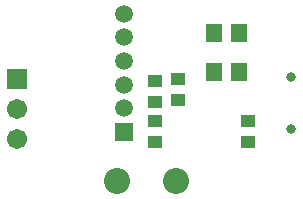
<source format=gbs>
G04 Layer_Color=16711935*
%FSTAX24Y24*%
%MOIN*%
G70*
G01*
G75*
%ADD30R,0.0454X0.0395*%
%ADD33C,0.0592*%
%ADD34R,0.0592X0.0592*%
%ADD35C,0.0316*%
%ADD36C,0.0671*%
%ADD37R,0.0671X0.0671*%
%ADD38C,0.0867*%
%ADD39R,0.0560X0.0635*%
D30*
X04525Y031104D02*
D03*
Y030396D02*
D03*
X04215Y031746D02*
D03*
Y032454D02*
D03*
X0429Y031796D02*
D03*
Y032504D02*
D03*
X04215Y031104D02*
D03*
Y030396D02*
D03*
D33*
X0411Y034687D02*
D03*
Y0339D02*
D03*
Y033112D02*
D03*
Y031537D02*
D03*
Y032325D02*
D03*
D34*
Y03075D02*
D03*
D35*
X046678Y030854D02*
D03*
Y032586D02*
D03*
D36*
X03755Y0305D02*
D03*
Y0315D02*
D03*
D37*
Y0325D02*
D03*
D38*
X040875Y0291D02*
D03*
X042825D02*
D03*
D39*
X04495Y032756D02*
D03*
Y034044D02*
D03*
X0441Y032756D02*
D03*
Y034044D02*
D03*
M02*

</source>
